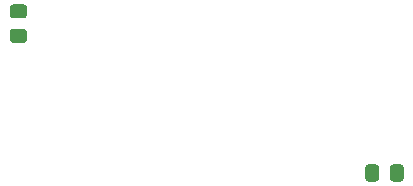
<source format=gbr>
%TF.GenerationSoftware,KiCad,Pcbnew,(5.1.10)-1*%
%TF.CreationDate,2023-05-11T15:26:33-07:00*%
%TF.ProjectId,CUBOTino2,4355424f-5469-46e6-9f32-2e6b69636164,rev?*%
%TF.SameCoordinates,Original*%
%TF.FileFunction,Paste,Bot*%
%TF.FilePolarity,Positive*%
%FSLAX46Y46*%
G04 Gerber Fmt 4.6, Leading zero omitted, Abs format (unit mm)*
G04 Created by KiCad (PCBNEW (5.1.10)-1) date 2023-05-11 15:26:33*
%MOMM*%
%LPD*%
G01*
G04 APERTURE LIST*
G04 APERTURE END LIST*
%TO.C,C4*%
G36*
G01*
X108425000Y-71800000D02*
X109375000Y-71800000D01*
G75*
G02*
X109625000Y-72050000I0J-250000D01*
G01*
X109625000Y-72725000D01*
G75*
G02*
X109375000Y-72975000I-250000J0D01*
G01*
X108425000Y-72975000D01*
G75*
G02*
X108175000Y-72725000I0J250000D01*
G01*
X108175000Y-72050000D01*
G75*
G02*
X108425000Y-71800000I250000J0D01*
G01*
G37*
G36*
G01*
X108425000Y-69725000D02*
X109375000Y-69725000D01*
G75*
G02*
X109625000Y-69975000I0J-250000D01*
G01*
X109625000Y-70650000D01*
G75*
G02*
X109375000Y-70900000I-250000J0D01*
G01*
X108425000Y-70900000D01*
G75*
G02*
X108175000Y-70650000I0J250000D01*
G01*
X108175000Y-69975000D01*
G75*
G02*
X108425000Y-69725000I250000J0D01*
G01*
G37*
%TD*%
%TO.C,C2*%
G36*
G01*
X139450000Y-83525000D02*
X139450000Y-84475000D01*
G75*
G02*
X139200000Y-84725000I-250000J0D01*
G01*
X138525000Y-84725000D01*
G75*
G02*
X138275000Y-84475000I0J250000D01*
G01*
X138275000Y-83525000D01*
G75*
G02*
X138525000Y-83275000I250000J0D01*
G01*
X139200000Y-83275000D01*
G75*
G02*
X139450000Y-83525000I0J-250000D01*
G01*
G37*
G36*
G01*
X141525000Y-83525000D02*
X141525000Y-84475000D01*
G75*
G02*
X141275000Y-84725000I-250000J0D01*
G01*
X140600000Y-84725000D01*
G75*
G02*
X140350000Y-84475000I0J250000D01*
G01*
X140350000Y-83525000D01*
G75*
G02*
X140600000Y-83275000I250000J0D01*
G01*
X141275000Y-83275000D01*
G75*
G02*
X141525000Y-83525000I0J-250000D01*
G01*
G37*
%TD*%
M02*

</source>
